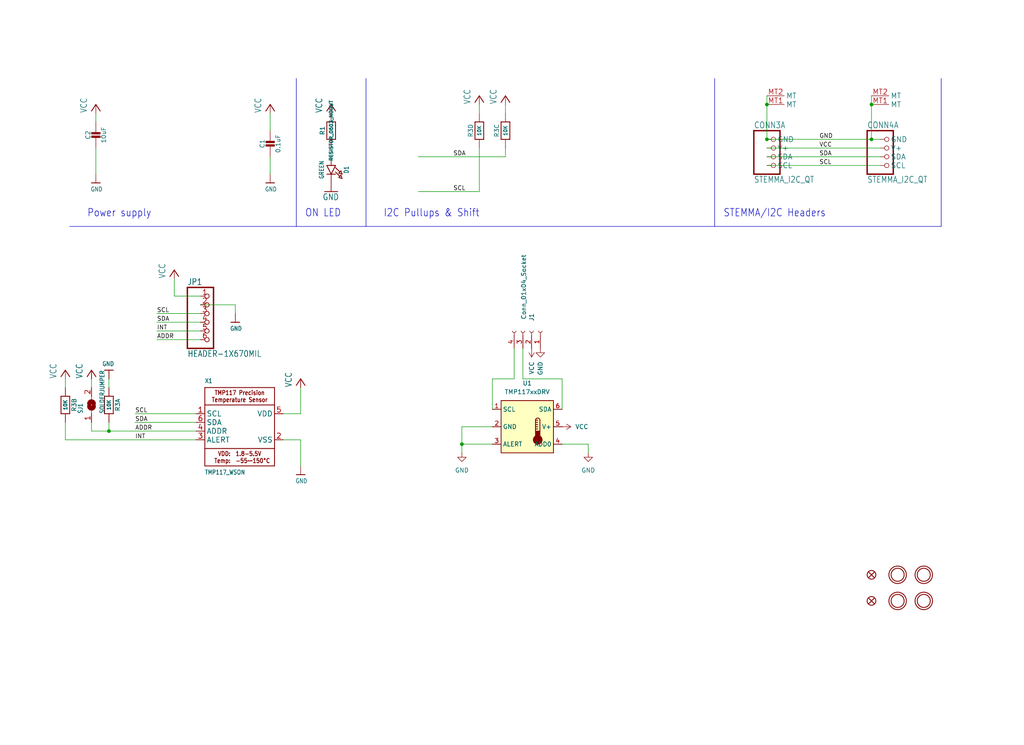
<source format=kicad_sch>
(kicad_sch (version 20250114) (generator "eeschema") (generator_version "9.0")
  (paper "User" 298.45 217.322)
  (lib_symbols
    (symbol "Connector:Conn_01x04_Socket" (pin_names (offset 1.016) (hide yes))
      (property "Reference" "J" (at 0 5.08 0))
      (property "Value" "Conn_01x04_Socket" (at 0 -7.62 0))
      (symbol "Conn_01x04_Socket_1_1"
        (polyline (pts (xy -1.27 2.54) (xy -0.508 2.54)) (stroke (width 0.1524)))
        (polyline (pts (xy -1.27 0) (xy -0.508 0)) (stroke (width 0.1524)))
        (polyline (pts (xy -1.27 -2.54) (xy -0.508 -2.54)) (stroke (width 0.1524)))
        (polyline (pts (xy -1.27 -5.08) (xy -0.508 -5.08)) (stroke (width 0.1524)))
        (arc (start 0 2.032) (mid -0.5058 2.54) (end 0 3.048) (stroke (width 0.1524)))
        (arc (start 0 -0.508) (mid -0.5058 0) (end 0 0.508) (stroke (width 0.1524)))
        (arc (start 0 -3.048) (mid -0.5058 -2.54) (end 0 -2.032) (stroke (width 0.1524)))
        (arc (start 0 -5.588) (mid -0.5058 -5.08) (end 0 -4.572) (stroke (width 0.1524)))
        (pin passive line (at -5.08 2.54 0) (length 3.81) (name "Pin_1") (number "1"))
        (pin passive line (at -5.08 0 0) (length 3.81) (name "Pin_2") (number "2"))
        (pin passive line (at -5.08 -2.54 0) (length 3.81) (name "Pin_3") (number "3"))
        (pin passive line (at -5.08 -5.08 0) (length 3.81) (name "Pin_4") (number "4"))
      )
    )
    (symbol "Sensor_Temperature:TMP117xxDRV"
      (property "Reference" "U" (at -2.54 10.795 0))
      (property "Value" "TMP117xxDRV" (at -2.54 8.89 0))
      (symbol "TMP117xxDRV_0_1"
        (rectangle (start -7.62 7.62) (end 7.62 -7.62) (stroke (width 0.254)) (fill (type background)))
      )
      (symbol "TMP117xxDRV_1_1"
        (polyline (pts (xy 2.413 1.905) (xy 2.413 -1.27)) (stroke (width 0.254)))
        (polyline (pts (xy 2.413 1.905) (xy 3.048 1.905)) (stroke (width 0.254)))
        (polyline (pts (xy 2.413 1.27) (xy 3.048 1.27)) (stroke (width 0.254)))
        (polyline (pts (xy 2.413 0.635) (xy 3.048 0.635)) (stroke (width 0.254)))
        (polyline (pts (xy 2.413 0) (xy 3.048 0)) (stroke (width 0.254)))
        (polyline (pts (xy 2.413 -0.635) (xy 3.048 -0.635)) (stroke (width 0.254)))
        (arc (start 2.413 1.905) (mid 3.048 2.5373) (end 3.683 1.905) (stroke (width 0.254)))
        (circle (center 3.048 -3.81) (radius 1.27) (stroke (width 0.254)) (fill (type outline)))
        (polyline (pts (xy 3.683 1.905) (xy 3.683 -1.27)) (stroke (width 0.254)))
        (rectangle (start 3.683 -3.175) (end 2.413 -1.27) (stroke (width 0.254)) (fill (type outline)))
        (pin input line (at -10.16 5.08 0) (length 2.54) (name "SCL") (number "1"))
        (pin power_in line (at -10.16 0 0) (length 2.54) (name "GND") (number "2"))
        (pin open_collector line (at -10.16 -5.08 0) (length 2.54) (name "ALERT") (number "3"))
        (pin bidirectional line (at 10.16 5.08 180) (length 2.54) (name "SDA") (number "6"))
        (pin power_in line (at 10.16 0 180) (length 2.54) (name "V+") (number "5"))
        (pin input line (at 10.16 -5.08 180) (length 2.54) (name "ADD0") (number "4"))
      )
    )
    (symbol "coolerpcb-eagle-import:CAP_CERAMIC0603_NO"
      (property "Reference" "C" (at -2.29 1.25 90))
      (symbol "CAP_CERAMIC0603_NO_1_0"
        (rectangle (start -1.27 1.524) (end 1.27 2.032) (fill (type outline)))
        (rectangle (start -1.27 0.508) (end 1.27 1.016) (fill (type outline)))
        (polyline (pts (xy 0 2.54) (xy 0 1.778)) (stroke (width 0.1524)))
        (polyline (pts (xy 0 0.762) (xy 0 0)) (stroke (width 0.1524)))
        (pin passive line (at 0 5.08 270) (length 2.54) (name "1") (number "1"))
        (pin passive line (at 0 -2.54 90) (length 2.54) (name "2") (number "2"))
      )
    )
    (symbol "coolerpcb-eagle-import:CAP_CERAMIC0805-NOOUTLINE"
      (property "Reference" "C" (at -2.29 1.25 90))
      (symbol "CAP_CERAMIC0805-NOOUTLINE_1_0"
        (rectangle (start -1.27 1.524) (end 1.27 2.032) (fill (type outline)))
        (rectangle (start -1.27 0.508) (end 1.27 1.016) (fill (type outline)))
        (polyline (pts (xy 0 2.54) (xy 0 1.778)) (stroke (width 0.1524)))
        (polyline (pts (xy 0 0.762) (xy 0 0)) (stroke (width 0.1524)))
        (pin passive line (at 0 5.08 270) (length 2.54) (name "1") (number "1"))
        (pin passive line (at 0 -2.54 90) (length 2.54) (name "2") (number "2"))
      )
    )
    (symbol "coolerpcb-eagle-import:FIDUCIAL_1MM"
      (symbol "FIDUCIAL_1MM_1_0"
        (polyline (pts (xy -0.762 0.762) (xy 0.762 -0.762)) (stroke (width 0.254)))
        (circle (center 0 0) (radius 1.27) (stroke (width 0.254)))
        (polyline (pts (xy 0.762 0.762) (xy -0.762 -0.762)) (stroke (width 0.254)))
      )
    )
    (symbol "coolerpcb-eagle-import:GND" (power)
      (symbol "GND_1_0"
        (polyline (pts (xy -1.27 0) (xy 1.27 0)) (stroke (width 0.254)))
        (pin power_in line (at 0 2.54 270) (length 2.54) (name "GND") (number "1"))
      )
    )
    (symbol "coolerpcb-eagle-import:HEADER-1X670MIL"
      (property "Reference" "JP" (at -6.35 10.795 0))
      (symbol "HEADER-1X670MIL_1_0"
        (polyline (pts (xy -6.35 10.16) (xy -6.35 -7.62)) (stroke (width 0.4064)))
        (polyline (pts (xy -6.35 -7.62) (xy 1.27 -7.62)) (stroke (width 0.4064)))
        (polyline (pts (xy 1.27 10.16) (xy -6.35 10.16)) (stroke (width 0.4064)))
        (polyline (pts (xy 1.27 -7.62) (xy 1.27 10.16)) (stroke (width 0.4064)))
        (pin passive inverted (at -2.54 7.62 0) (length 2.54) (name "1") (number "1"))
        (pin passive inverted (at -2.54 5.08 0) (length 2.54) (name "2") (number "2"))
        (pin passive inverted (at -2.54 2.54 0) (length 2.54) (name "3") (number "3"))
        (pin passive inverted (at -2.54 0 0) (length 2.54) (name "4") (number "4"))
        (pin passive inverted (at -2.54 -2.54 0) (length 2.54) (name "5") (number "5"))
        (pin passive inverted (at -2.54 -5.08 0) (length 2.54) (name "6") (number "6"))
      )
    )
    (symbol "coolerpcb-eagle-import:LED0603_NOOUTLINE"
      (property "Reference" "D" (at -1.27 4.445 0))
      (symbol "LED0603_NOOUTLINE_1_0"
        (polyline (pts (xy -2.54 1.27) (xy -2.54 -1.27)) (stroke (width 0.254)))
        (polyline (pts (xy -2.54 -1.27) (xy 0 0)) (stroke (width 0.254)))
        (polyline (pts (xy -1.905 1.27) (xy -0.635 2.54)) (stroke (width 0.254)))
        (polyline (pts (xy -0.9525 2.8575) (xy -0.3175 2.2225)) (stroke (width 0.254)))
        (polyline (pts (xy -0.635 1.27) (xy 0.635 2.54)) (stroke (width 0.254)))
        (polyline (pts (xy -0.3175 2.2225) (xy 0 3.175)) (stroke (width 0.254)))
        (polyline (pts (xy 0 3.175) (xy -0.9525 2.8575)) (stroke (width 0.254)))
        (polyline (pts (xy 0 1.27) (xy 0 0)) (stroke (width 0.254)))
        (polyline (pts (xy 0 0) (xy -2.54 1.27)) (stroke (width 0.254)))
        (polyline (pts (xy 0 0) (xy 0 -1.27)) (stroke (width 0.254)))
        (polyline (pts (xy 0.3175 2.8575) (xy 0.9525 2.2225)) (stroke (width 0.254)))
        (polyline (pts (xy 0.9525 2.2225) (xy 1.27 3.175)) (stroke (width 0.254)))
        (polyline (pts (xy 1.27 3.175) (xy 0.3175 2.8575)) (stroke (width 0.254)))
        (pin passive line (at -5.08 0 0) (length 2.54) (name "A") (number "A"))
        (pin passive line (at 2.54 0 180) (length 2.54) (name "C") (number "C"))
      )
    )
    (symbol "coolerpcb-eagle-import:MOUNTINGHOLE2.5"
      (symbol "MOUNTINGHOLE2.5_1_0"
        (circle (center 0 0) (radius 1.905) (stroke (width 0.254)))
        (circle (center 0 0) (radius 2.54) (stroke (width 0.254)))
      )
    )
    (symbol "coolerpcb-eagle-import:RESISTOR_0603_NOOUT"
      (property "Reference" "R" (at 0 2.54 0))
      (symbol "RESISTOR_0603_NOOUT_1_0"
        (polyline (pts (xy -2.54 1.27) (xy 2.54 1.27)) (stroke (width 0.254)))
        (polyline (pts (xy -2.54 -1.27) (xy -2.54 1.27)) (stroke (width 0.254)))
        (polyline (pts (xy 2.54 1.27) (xy 2.54 -1.27)) (stroke (width 0.254)))
        (polyline (pts (xy 2.54 -1.27) (xy -2.54 -1.27)) (stroke (width 0.254)))
        (pin passive line (at -5.08 0 0) (length 2.54) (name "1") (number "1"))
        (pin passive line (at 5.08 0 180) (length 2.54) (name "2") (number "2"))
      )
    )
    (symbol "coolerpcb-eagle-import:RESISTOR_4PACK"
      (property "Reference" "R" (at 0 2.54 0))
      (symbol "RESISTOR_4PACK_1_0"
        (polyline (pts (xy -2.54 1.27) (xy 2.54 1.27)) (stroke (width 0.254)))
        (polyline (pts (xy -2.54 -1.27) (xy -2.54 1.27)) (stroke (width 0.254)))
        (polyline (pts (xy 2.54 1.27) (xy 2.54 -1.27)) (stroke (width 0.254)))
        (polyline (pts (xy 2.54 -1.27) (xy -2.54 -1.27)) (stroke (width 0.254)))
        (pin passive line (at -5.08 0 0) (length 2.54) (name "1") (number "1"))
        (pin passive line (at 5.08 0 180) (length 2.54) (name "2") (number "8"))
      )
      (symbol "RESISTOR_4PACK_2_0"
        (polyline (pts (xy -2.54 1.27) (xy 2.54 1.27)) (stroke (width 0.254)))
        (polyline (pts (xy -2.54 -1.27) (xy -2.54 1.27)) (stroke (width 0.254)))
        (polyline (pts (xy 2.54 1.27) (xy 2.54 -1.27)) (stroke (width 0.254)))
        (polyline (pts (xy 2.54 -1.27) (xy -2.54 -1.27)) (stroke (width 0.254)))
        (pin passive line (at -5.08 0 0) (length 2.54) (name "1") (number "2"))
        (pin passive line (at 5.08 0 180) (length 2.54) (name "2") (number "7"))
      )
      (symbol "RESISTOR_4PACK_3_0"
        (polyline (pts (xy -2.54 1.27) (xy 2.54 1.27)) (stroke (width 0.254)))
        (polyline (pts (xy -2.54 -1.27) (xy -2.54 1.27)) (stroke (width 0.254)))
        (polyline (pts (xy 2.54 1.27) (xy 2.54 -1.27)) (stroke (width 0.254)))
        (polyline (pts (xy 2.54 -1.27) (xy -2.54 -1.27)) (stroke (width 0.254)))
        (pin passive line (at -5.08 0 0) (length 2.54) (name "1") (number "3"))
        (pin passive line (at 5.08 0 180) (length 2.54) (name "2") (number "6"))
      )
      (symbol "RESISTOR_4PACK_4_0"
        (polyline (pts (xy -2.54 1.27) (xy 2.54 1.27)) (stroke (width 0.254)))
        (polyline (pts (xy -2.54 -1.27) (xy -2.54 1.27)) (stroke (width 0.254)))
        (polyline (pts (xy 2.54 1.27) (xy 2.54 -1.27)) (stroke (width 0.254)))
        (polyline (pts (xy 2.54 -1.27) (xy -2.54 -1.27)) (stroke (width 0.254)))
        (pin passive line (at -5.08 0 0) (length 2.54) (name "1") (number "4"))
        (pin passive line (at 5.08 0 180) (length 2.54) (name "2") (number "5"))
      )
    )
    (symbol "coolerpcb-eagle-import:SOLDERJUMPER"
      (property "Reference" "SJ" (at -2.54 2.54 0))
      (symbol "SOLDERJUMPER_1_0"
        (polyline (pts (xy -2.54 0) (xy -1.651 0)) (stroke (width 0.1524)))
        (arc (start -0.381 -0.635) (mid -1.0159 0.0001) (end -0.3808 0.635) (stroke (width 1.27)))
        (arc (start 0.381 0.635) (mid 1.0159 -0.0001) (end 0.3808 -0.635) (stroke (width 1.27)))
        (polyline (pts (xy 2.54 0) (xy 1.651 0)) (stroke (width 0.1524)))
        (pin passive line (at -5.08 0 0) (length 2.54) (name "1") (number "1"))
        (pin passive line (at 5.08 0 180) (length 2.54) (name "2") (number "2"))
      )
    )
    (symbol "coolerpcb-eagle-import:STEMMA_I2C_QT"
      (symbol "STEMMA_I2C_QT_1_0"
        (polyline (pts (xy -3.81 7.62) (xy -3.81 -5.08)) (stroke (width 0.4064)))
        (polyline (pts (xy -3.81 -5.08) (xy 3.81 -5.08)) (stroke (width 0.4064)))
        (polyline (pts (xy 3.81 7.62) (xy -3.81 7.62)) (stroke (width 0.4064)))
        (polyline (pts (xy 3.81 -5.08) (xy 3.81 7.62)) (stroke (width 0.4064)))
        (pin passive inverted (at 0 5.08 0) (length 2.54) (name "GND") (number "1"))
        (pin passive inverted (at 0 2.54 0) (length 2.54) (name "V+") (number "2"))
        (pin passive inverted (at 0 0 0) (length 2.54) (name "SDA") (number "3"))
        (pin passive inverted (at 0 -2.54 0) (length 2.54) (name "SCL") (number "4"))
      )
      (symbol "STEMMA_I2C_QT_2_0"
        (pin bidirectional line (at 0 0 0) (length 5.08) (name "MT") (number "MT1"))
      )
      (symbol "STEMMA_I2C_QT_3_0"
        (pin bidirectional line (at 0 0 0) (length 5.08) (name "MT") (number "MT2"))
      )
    )
    (symbol "coolerpcb-eagle-import:TMP117_WSON"
      (property "Reference" "X" (at -10.16 11.43 0))
      (symbol "TMP117_WSON_1_0"
        (polyline (pts (xy -10.16 10.16) (xy 10.16 10.16)) (stroke (width 0.254)))
        (polyline (pts (xy -10.16 5.08) (xy -10.16 10.16)) (stroke (width 0.254)))
        (polyline (pts (xy -10.16 5.08) (xy 10.16 5.08)) (stroke (width 0.254)))
        (polyline (pts (xy -10.16 -7.62) (xy -10.16 5.08)) (stroke (width 0.254)))
        (polyline (pts (xy -10.16 -7.62) (xy -10.16 -12.7)) (stroke (width 0.254)))
        (polyline (pts (xy -10.16 -12.7) (xy 10.16 -12.7)) (stroke (width 0.254)))
        (polyline (pts (xy 10.16 10.16) (xy 10.16 5.08)) (stroke (width 0.254)))
        (polyline (pts (xy 10.16 5.08) (xy 10.16 -7.62)) (stroke (width 0.254)))
        (polyline (pts (xy 10.16 -7.62) (xy -10.16 -7.62)) (stroke (width 0.254)))
        (polyline (pts (xy 10.16 -12.7) (xy 10.16 -7.62)) (stroke (width 0.254)))
        (text "VDD:\nTemp:" (at -2.54 -10.16 0) (effects (font (size 1.27 1.0795) (thickness 0.2159) (bold yes)) (justify right)))
        (text "1.8-5.5V\n-55~~150°C" (at -1.27 -10.16 0) (effects (font (size 1.27 1.0795) (thickness 0.2159) (bold yes)) (justify left)))
        (text "TMP117 Precision\nTemperature Sensor" (at 0 7.62 0) (effects (font (size 1.27 1.0795) (thickness 0.2159) (bold yes))))
        (pin bidirectional line (at -12.7 2.54 0) (length 2.54) (name "SCL") (number "1"))
        (pin bidirectional line (at -12.7 0 0) (length 2.54) (name "SDA") (number "6"))
        (pin input line (at -12.7 -2.54 0) (length 2.54) (name "ADDR") (number "4"))
        (pin output line (at -12.7 -5.08 0) (length 2.54) (name "ALERT") (number "3"))
        (pin power_in line (at 12.7 2.54 180) (length 2.54) (name "VDD") (number "5"))
        (pin power_in line (at 12.7 -5.08 180) (length 2.54) (name "VSS") (number "2"))
      )
    )
    (symbol "coolerpcb-eagle-import:VCC" (power)
      (symbol "VCC_1_0"
        (polyline (pts (xy 0 0) (xy -1.27 -1.905)) (stroke (width 0.254)))
        (polyline (pts (xy 1.27 -1.905) (xy 0 0)) (stroke (width 0.254)))
        (pin power_in line (at 0 -2.54 90) (length 2.54) (name "VCC") (number "1"))
      )
    )
    (symbol "coolerpcb-eagle-import:supply1_371_GND" (power)
      (symbol "supply1_371_GND_1_0"
        (polyline (pts (xy -1.905 0) (xy 1.905 0)) (stroke (width 0.254)))
        (pin power_in line (at 0 2.54 270) (length 2.54) (name "GND") (number "1"))
      )
    )
    (symbol "power:GND" (power) (pin_numbers (hide yes)) (pin_names (offset 0) (hide yes))
      (property "Value" "GND" (at 0 -3.81 0))
      (symbol "GND_0_1"
        (polyline (pts (xy 0 0) (xy 0 -1.27) (xy 1.27 -1.27) (xy 0 -2.54) (xy -1.27 -1.27) (xy 0 -1.27)))
      )
      (symbol "GND_1_1"
        (pin power_in line (at 0 0 270) (length 0) (name "~") (number "1"))
      )
    )
    (symbol "power:VCC" (power) (pin_numbers (hide yes)) (pin_names (offset 0) (hide yes))
      (property "Value" "VCC" (at 0 3.556 0))
      (symbol "VCC_0_1"
        (polyline (pts (xy -0.762 1.27) (xy 0 2.54)))
        (polyline (pts (xy 0 2.54) (xy 0.762 1.27)))
        (polyline (pts (xy 0 0) (xy 0 2.54)))
      )
      (symbol "VCC_1_1"
        (pin power_in line (at 0 0 90) (length 0) (name "~") (number "1"))
      )
    )
  )
  (text "ON LED" (at 88.9 63.5 0) (effects (font (size 2.1844 1.8567)) (justify left bottom)))
  (text "I2C Pullups & Shift" (at 111.76 63.5 0) (effects (font (size 2.1844 1.8567)) (justify left bottom)))
  (text "Power supply" (at 25.4 63.5 0) (effects (font (size 2.1844 1.8567)) (justify left bottom)))
  (text "STEMMA/I2C Headers" (at 210.82 63.5 0) (effects (font (size 2.1844 1.8567)) (justify left bottom)))
  (junction (at 254 30.48))
  (junction (at 31.75 125.73))
  (junction (at 254 40.64))
  (junction (at 134.62 129.54))
  (junction (at 223.52 40.64))
  (junction (at 223.52 30.48))
  (polyline (pts (xy 106.68 66.04) (xy 208.28 66.04)) (stroke (width 0.1524) (type solid)))
  (wire (pts (xy 82.55 120.65) (xy 87.63 120.65)) (stroke (width 0.1524)))
  (polyline (pts (xy 106.68 22.86) (xy 106.68 66.04)) (stroke (width 0.1524) (type solid)))
  (wire (pts (xy 223.52 27.94) (xy 223.52 30.48)) (stroke (width 0.1524)))
  (polyline (pts (xy 86.36 22.86) (xy 86.36 66.04)) (stroke (width 0.1524) (type solid)))
  (wire (pts (xy 254 27.94) (xy 254 30.48)) (stroke (width 0.1524)))
  (wire (pts (xy 58.42 91.44) (xy 45.72 91.44)) (stroke (width 0.1524)))
  (wire (pts (xy 163.83 110.49) (xy 152.4 110.49)))
  (wire (pts (xy 87.63 120.65) (xy 87.63 113.03)) (stroke (width 0.1524)))
  (wire (pts (xy 134.62 124.46) (xy 134.62 129.54)))
  (wire (pts (xy 163.83 129.54) (xy 171.45 129.54)))
  (wire (pts (xy 27.94 50.8) (xy 27.94 43.18)) (stroke (width 0.1524)))
  (wire (pts (xy 31.75 110.49) (xy 31.75 113.03)) (stroke (width 0.1524)))
  (wire (pts (xy 143.51 110.49) (xy 149.86 110.49)))
  (wire (pts (xy 58.42 88.9) (xy 68.58 88.9)) (stroke (width 0.1524)))
  (wire (pts (xy 27.94 33.02) (xy 27.94 35.56)) (stroke (width 0.1524)))
  (wire (pts (xy 31.75 125.73) (xy 26.67 125.73)) (stroke (width 0.1524)))
  (wire (pts (xy 134.62 124.46) (xy 143.51 124.46)))
  (polyline (pts (xy 86.36 66.04) (xy 106.68 66.04)) (stroke (width 0.1524) (type solid)))
  (wire (pts (xy 134.62 129.54) (xy 143.51 129.54)))
  (polyline (pts (xy 208.28 66.04) (xy 274.32 66.04)) (stroke (width 0.1524) (type solid)))
  (wire (pts (xy 58.42 93.98) (xy 45.72 93.98)) (stroke (width 0.1524)))
  (wire (pts (xy 139.7 55.88) (xy 121.92 55.88)) (stroke (width 0.1524)))
  (wire (pts (xy 26.67 125.73) (xy 26.67 123.19)) (stroke (width 0.1524)))
  (wire (pts (xy 254 40.64) (xy 223.52 40.64)) (stroke (width 0.1524)))
  (polyline (pts (xy 274.32 22.86) (xy 274.32 66.04)) (stroke (width 0.1524) (type solid)))
  (wire (pts (xy 57.15 128.27) (xy 19.05 128.27)) (stroke (width 0.1524)))
  (wire (pts (xy 143.51 119.38) (xy 143.51 110.49)))
  (wire (pts (xy 254 30.48) (xy 254 40.64)) (stroke (width 0.1524)))
  (wire (pts (xy 223.52 30.48) (xy 223.52 40.64)) (stroke (width 0.1524)))
  (wire (pts (xy 39.37 123.19) (xy 57.15 123.19)) (stroke (width 0.1524)))
  (wire (pts (xy 147.32 43.18) (xy 147.32 45.72)) (stroke (width 0.1524)))
  (wire (pts (xy 57.15 120.65) (xy 39.37 120.65)) (stroke (width 0.1524)))
  (wire (pts (xy 58.42 99.06) (xy 45.72 99.06)) (stroke (width 0.1524)))
  (wire (pts (xy 149.86 101.6) (xy 149.86 110.49)))
  (wire (pts (xy 57.15 125.73) (xy 31.75 125.73)) (stroke (width 0.1524)))
  (polyline (pts (xy 20.32 66.04) (xy 86.36 66.04)) (stroke (width 0.1524) (type solid)))
  (wire (pts (xy 78.74 33.02) (xy 78.74 38.1)) (stroke (width 0.1524)))
  (wire (pts (xy 19.05 110.49) (xy 19.05 113.03)) (stroke (width 0.1524)))
  (wire (pts (xy 171.45 129.54) (xy 171.45 132.08)))
  (wire (pts (xy 256.54 45.72) (xy 223.52 45.72)) (stroke (width 0.1524)))
  (wire (pts (xy 96.52 45.72) (xy 96.52 43.18)) (stroke (width 0.1524)))
  (wire (pts (xy 87.63 128.27) (xy 87.63 135.89)) (stroke (width 0.1524)))
  (wire (pts (xy 78.74 45.72) (xy 78.74 50.8)) (stroke (width 0.1524)))
  (wire (pts (xy 163.83 119.38) (xy 163.83 110.49)))
  (wire (pts (xy 223.52 48.26) (xy 256.54 48.26)) (stroke (width 0.1524)))
  (wire (pts (xy 26.67 113.03) (xy 26.67 110.49)) (stroke (width 0.1524)))
  (wire (pts (xy 139.7 43.18) (xy 139.7 55.88)) (stroke (width 0.1524)))
  (wire (pts (xy 256.54 40.64) (xy 254 40.64)) (stroke (width 0.1524)))
  (wire (pts (xy 134.62 129.54) (xy 134.62 132.08)))
  (wire (pts (xy 139.7 30.48) (xy 139.7 33.02)) (stroke (width 0.1524)))
  (wire (pts (xy 58.42 96.52) (xy 45.72 96.52)) (stroke (width 0.1524)))
  (wire (pts (xy 82.55 128.27) (xy 87.63 128.27)) (stroke (width 0.1524)))
  (wire (pts (xy 19.05 128.27) (xy 19.05 123.19)) (stroke (width 0.1524)))
  (wire (pts (xy 147.32 33.02) (xy 147.32 30.48)) (stroke (width 0.1524)))
  (wire (pts (xy 147.32 45.72) (xy 121.92 45.72)) (stroke (width 0.1524)))
  (wire (pts (xy 31.75 125.73) (xy 31.75 123.19)) (stroke (width 0.1524)))
  (wire (pts (xy 58.42 86.36) (xy 50.8 86.36)) (stroke (width 0.1524)))
  (wire (pts (xy 50.8 86.36) (xy 50.8 81.28)) (stroke (width 0.1524)))
  (wire (pts (xy 68.58 88.9) (xy 68.58 91.44)) (stroke (width 0.1524)))
  (wire (pts (xy 223.52 43.18) (xy 256.54 43.18)) (stroke (width 0.1524)))
  (polyline (pts (xy 208.28 22.86) (xy 208.28 66.04)) (stroke (width 0.1524) (type solid)))
  (wire (pts (xy 152.4 101.6) (xy 152.4 110.49)))
  (label "GND" (at 238.76 40.64 0) (effects (font (size 1.2446 1.2446))))
  (label "VCC" (at 238.76 43.18 0) (effects (font (size 1.2446 1.2446))))
  (label "SDA" (at 39.37 123.19 0) (effects (font (size 1.2446 1.2446))))
  (label "ADDR" (at 39.37 125.73 0) (effects (font (size 1.2446 1.2446))))
  (label "SCL" (at 132.08 55.88 0) (effects (font (size 1.2446 1.2446))))
  (label "INT" (at 45.72 96.52 0) (effects (font (size 1.2446 1.2446))))
  (label "SDA" (at 238.76 45.72 0) (effects (font (size 1.2446 1.2446))))
  (label "SDA" (at 45.72 93.98 0) (effects (font (size 1.2446 1.2446))))
  (label "INT" (at 39.37 128.27 0) (effects (font (size 1.2446 1.2446))))
  (label "SDA" (at 132.08 45.72 0) (effects (font (size 1.2446 1.2446))))
  (label "ADDR" (at 45.72 99.06 0) (effects (font (size 1.2446 1.2446))))
  (label "SCL" (at 45.72 91.44 0) (effects (font (size 1.2446 1.2446))))
  (label "SCL" (at 238.76 48.26 0) (effects (font (size 1.2446 1.2446))))
  (label "SCL" (at 39.37 120.65 0) (effects (font (size 1.2446 1.2446))))
  (symbol (lib_id "coolerpcb-eagle-import:FIDUCIAL_1MM") (at 254 175.26 0) (unit 1)
    (property "Reference" "FID3" (effects (hide yes)))
    (property "Value" "FIDUCIAL_1MM" (effects (hide yes)))
    (property "Footprint" "coolerpcb:FIDUCIAL_1MM" (effects (hide yes)))
  )
  (symbol (lib_id "coolerpcb-eagle-import:STEMMA_I2C_QT") (at 254 27.94 0) (unit 3)
    (property "Reference" "CONN4" (effects (hide yes)))
    (property "Value" "STEMMA_I2C_QT" (effects (hide yes)))
    (property "Footprint" "coolerpcb:JST_SH4" (effects (hide yes)))
  )
  (symbol (lib_id "coolerpcb-eagle-import:VCC") (at 139.7 27.94 0) (unit 1)
    (property "Reference" "#P+1" (effects (hide yes)))
    (property "Value" "VCC" (at 137.16 30.48 90) (effects (font (size 1.778 1.5113)) (justify left bottom)))
  )
  (symbol (lib_id "coolerpcb-eagle-import:STEMMA_I2C_QT") (at 223.52 45.72 0) (unit 1)
    (property "Reference" "CONN3" (at 219.71 37.465 0) (effects (font (size 1.778 1.5113)) (justify left bottom)))
    (property "Value" "STEMMA_I2C_QT" (at 219.71 53.34 0) (effects (font (size 1.778 1.5113)) (justify left bottom)))
    (property "Footprint" "coolerpcb:JST_SH4" (effects (hide yes)))
  )
  (symbol (lib_id "coolerpcb-eagle-import:MOUNTINGHOLE2.5") (at 269.24 175.26 0) (unit 1)
    (property "Reference" "U$21" (effects (hide yes)))
    (property "Value" "MOUNTINGHOLE2.5" (effects (hide yes)))
    (property "Footprint" "coolerpcb:MOUNTINGHOLE_2.5_PLATED" (effects (hide yes)))
  )
  (symbol (lib_id "coolerpcb-eagle-import:STEMMA_I2C_QT") (at 223.52 27.94 0) (unit 3)
    (property "Reference" "CONN3" (effects (hide yes)))
    (property "Value" "STEMMA_I2C_QT" (effects (hide yes)))
    (property "Footprint" "coolerpcb:JST_SH4" (effects (hide yes)))
  )
  (symbol (lib_id "coolerpcb-eagle-import:STEMMA_I2C_QT") (at 256.54 45.72 0) (unit 1)
    (property "Reference" "CONN4" (at 252.73 37.465 0) (effects (font (size 1.778 1.5113)) (justify left bottom)))
    (property "Value" "STEMMA_I2C_QT" (at 252.73 53.34 0) (effects (font (size 1.778 1.5113)) (justify left bottom)))
    (property "Footprint" "coolerpcb:JST_SH4" (effects (hide yes)))
  )
  (symbol (lib_id "power:GND") (at 157.48 101.6 0) (mirror y) (unit 1)
    (property "Reference" "#PWR03" (effects (hide yes)))
    (property "Value" "GND" (at 157.4801 105.41 90) (effects (justify right)))
    (property "Description" "Power symbol creates a global label with name \"GND\" , ground" (effects (hide yes)))
  )
  (symbol (lib_id "coolerpcb-eagle-import:RESISTOR_4PACK") (at 147.32 38.1 90) (unit 3)
    (property "Reference" "R3" (at 144.78 38.1 0))
    (property "Value" "10K" (at 147.32 38.1 0) (effects (font (size 1.016 1.016) (thickness 0.2032) (bold yes))))
    (property "Footprint" "coolerpcb:RESPACK_4X0603" (effects (hide yes)))
  )
  (symbol (lib_id "coolerpcb-eagle-import:supply1_371_GND") (at 96.52 55.88 0) (unit 1)
    (property "Reference" "#GND6" (effects (hide yes)))
    (property "Value" "GND" (at 93.98 58.42 0) (effects (font (size 1.778 1.5113)) (justify left bottom)))
  )
  (symbol (lib_id "coolerpcb-eagle-import:GND") (at 78.74 53.34 0) (unit 1)
    (property "Reference" "#U$6" (effects (hide yes)))
    (property "Value" "GND" (at 77.216 55.88 0) (effects (font (size 1.27 1.0795)) (justify left bottom)))
  )
  (symbol (lib_id "coolerpcb-eagle-import:VCC") (at 26.67 107.95 0) (unit 1)
    (property "Reference" "#P+9" (effects (hide yes)))
    (property "Value" "VCC" (at 24.13 110.49 90) (effects (font (size 1.778 1.5113)) (justify left bottom)))
  )
  (symbol (lib_id "coolerpcb-eagle-import:RESISTOR_4PACK") (at 19.05 118.11 270) (unit 2)
    (property "Reference" "R3" (at 21.59 118.11 0))
    (property "Value" "10K" (at 19.05 118.11 0) (effects (font (size 1.016 1.016) (thickness 0.2032) (bold yes))))
    (property "Footprint" "coolerpcb:RESPACK_4X0603" (effects (hide yes)))
  )
  (symbol (lib_id "coolerpcb-eagle-import:VCC") (at 27.94 30.48 0) (unit 1)
    (property "Reference" "#P+3" (effects (hide yes)))
    (property "Value" "VCC" (at 25.4 33.02 90) (effects (font (size 1.778 1.5113)) (justify left bottom)))
  )
  (symbol (lib_id "power:VCC") (at 154.94 101.6 0) (mirror x) (unit 1)
    (property "Reference" "#PWR02" (effects (hide yes)))
    (property "Value" "VCC" (at 154.9401 105.41 90) (effects (justify left)))
    (property "Description" "Power symbol creates a global label with name \"VCC\"" (effects (hide yes)))
  )
  (symbol (lib_id "coolerpcb-eagle-import:STEMMA_I2C_QT") (at 254 30.48 0) (unit 2)
    (property "Reference" "CONN4" (effects (hide yes)))
    (property "Value" "STEMMA_I2C_QT" (effects (hide yes)))
    (property "Footprint" "coolerpcb:JST_SH4" (effects (hide yes)))
  )
  (symbol (lib_id "Connector:Conn_01x04_Socket") (at 154.94 96.52 270) (mirror x) (unit 1)
    (property "Reference" "J1" (at 154.94 93.726 0) (effects (justify left)))
    (property "Value" "Conn_01x04_Socket" (at 152.654 93.218 0) (effects (justify left)))
    (property "Footprint" "Connector_JST:JST_XH_B4B-XH-A_1x04_P2.50mm_Vertical" (effects (hide yes)))
    (property "Description" "Generic connector, single row, 01x04, script generated" (effects (hide yes)))
  )
  (symbol (lib_id "coolerpcb-eagle-import:CAP_CERAMIC0603_NO") (at 78.74 43.18 0) (unit 1)
    (property "Reference" "C1" (at 76.45 41.93 90))
    (property "Value" "0.1uF" (at 81.04 41.93 90))
    (property "Footprint" "coolerpcb:0603-NO" (effects (hide yes)))
  )
  (symbol (lib_id "coolerpcb-eagle-import:VCC") (at 19.05 107.95 0) (unit 1)
    (property "Reference" "#P+8" (effects (hide yes)))
    (property "Value" "VCC" (at 16.51 110.49 90) (effects (font (size 1.778 1.5113)) (justify left bottom)))
  )
  (symbol (lib_id "coolerpcb-eagle-import:STEMMA_I2C_QT") (at 223.52 30.48 0) (unit 2)
    (property "Reference" "CONN3" (effects (hide yes)))
    (property "Value" "STEMMA_I2C_QT" (effects (hide yes)))
    (property "Footprint" "coolerpcb:JST_SH4" (effects (hide yes)))
  )
  (symbol (lib_id "power:GND") (at 171.45 132.08 0) (unit 1)
    (property "Reference" "#PWR04" (effects (hide yes)))
    (property "Value" "GND" (at 171.45 137.16 0))
    (property "Description" "Power symbol creates a global label with name \"GND\" , ground" (effects (hide yes)))
  )
  (symbol (lib_id "coolerpcb-eagle-import:GND") (at 68.58 93.98 0) (unit 1)
    (property "Reference" "#U$10" (effects (hide yes)))
    (property "Value" "GND" (at 67.056 96.52 0) (effects (font (size 1.27 1.0795)) (justify left bottom)))
  )
  (symbol (lib_id "coolerpcb-eagle-import:CAP_CERAMIC0805-NOOUTLINE") (at 27.94 40.64 0) (unit 1)
    (property "Reference" "C2" (at 25.65 39.39 90))
    (property "Value" "10uF" (at 30.24 39.39 90))
    (property "Footprint" "coolerpcb:0805-NO" (effects (hide yes)))
  )
  (symbol (lib_id "power:GND") (at 134.62 132.08 0) (unit 1)
    (property "Reference" "#PWR05" (effects (hide yes)))
    (property "Value" "GND" (at 134.62 137.16 0))
    (property "Description" "Power symbol creates a global label with name \"GND\" , ground" (effects (hide yes)))
  )
  (symbol (lib_id "coolerpcb-eagle-import:VCC") (at 96.52 30.48 0) (unit 1)
    (property "Reference" "#P+6" (effects (hide yes)))
    (property "Value" "VCC" (at 93.98 33.02 90) (effects (font (size 1.778 1.5113)) (justify left bottom)))
  )
  (symbol (lib_id "coolerpcb-eagle-import:RESISTOR_4PACK") (at 31.75 118.11 270) (unit 1)
    (property "Reference" "R3" (at 34.29 118.11 0))
    (property "Value" "10K" (at 31.75 118.11 0) (effects (font (size 1.016 1.016) (thickness 0.2032) (bold yes))))
    (property "Footprint" "coolerpcb:RESPACK_4X0603" (effects (hide yes)))
  )
  (symbol (lib_id "coolerpcb-eagle-import:GND") (at 87.63 138.43 0) (unit 1)
    (property "Reference" "#U$2" (effects (hide yes)))
    (property "Value" "GND" (at 86.106 140.97 0) (effects (font (size 1.27 1.0795)) (justify left bottom)))
  )
  (symbol (lib_id "coolerpcb-eagle-import:MOUNTINGHOLE2.5") (at 261.62 175.26 0) (unit 1)
    (property "Reference" "U$1" (effects (hide yes)))
    (property "Value" "MOUNTINGHOLE2.5" (effects (hide yes)))
    (property "Footprint" "coolerpcb:MOUNTINGHOLE_2.5_PLATED" (effects (hide yes)))
  )
  (symbol (lib_id "coolerpcb-eagle-import:GND") (at 31.75 107.95 180) (unit 1)
    (property "Reference" "#U$3" (effects (hide yes)))
    (property "Value" "GND" (at 33.274 105.41 0) (effects (font (size 1.27 1.0795)) (justify left bottom)))
  )
  (symbol (lib_id "coolerpcb-eagle-import:SOLDERJUMPER") (at 26.67 118.11 90) (unit 1)
    (property "Reference" "SJ1" (at 24.13 120.65 0) (effects (font (size 1.27 1.0795)) (justify left bottom)))
    (property "Value" "SOLDERJUMPER" (at 30.48 120.65 0) (effects (font (size 1.27 1.0795)) (justify left bottom)))
    (property "Footprint" "coolerpcb:SOLDERJUMPER_ARROW_NOPASTE" (effects (hide yes)))
  )
  (symbol (lib_id "coolerpcb-eagle-import:VCC") (at 50.8 78.74 0) (unit 1)
    (property "Reference" "#P+4" (effects (hide yes)))
    (property "Value" "VCC" (at 48.26 81.28 90) (effects (font (size 1.778 1.5113)) (justify left bottom)))
  )
  (symbol (lib_id "Sensor_Temperature:TMP117xxDRV") (at 153.67 124.46 0) (unit 1)
    (property "Reference" "U1" (at 153.67 111.76 0))
    (property "Value" "TMP117xxDRV" (at 153.67 114.3 0))
    (property "Footprint" "Package_SON:WSON-6-1EP_2x2mm_P0.65mm_EP1x1.6mm" (effects (hide yes)))
    (property "Datasheet" "https://www.ti.com/lit/ds/symlink/tmp117.pdf" (effects (hide yes)))
    (property "Description" "Digital Temperature Sensor with I2C/SMBus Interface, 16 bits, ±0.3°C, one-shot conversion, alert, nist traceable, EEPROM, WSON" (effects (hide yes)))
  )
  (symbol (lib_id "coolerpcb-eagle-import:RESISTOR_0603_NOOUT") (at 96.52 38.1 90) (unit 1)
    (property "Reference" "R1" (at 93.98 38.1 0))
    (property "Value" "RESISTOR_0603_NOOUT" (at 96.52 38.1 0) (effects (font (size 1.016 1.016) (thickness 0.2032) (bold yes))))
    (property "Footprint" "coolerpcb:0603-NO" (effects (hide yes)))
  )
  (symbol (lib_id "coolerpcb-eagle-import:MOUNTINGHOLE2.5") (at 261.62 167.64 0) (unit 1)
    (property "Reference" "U$17" (effects (hide yes)))
    (property "Value" "MOUNTINGHOLE2.5" (effects (hide yes)))
    (property "Footprint" "coolerpcb:MOUNTINGHOLE_2.5_PLATED" (effects (hide yes)))
  )
  (symbol (lib_id "coolerpcb-eagle-import:VCC") (at 147.32 27.94 0) (unit 1)
    (property "Reference" "#P+2" (effects (hide yes)))
    (property "Value" "VCC" (at 144.78 30.48 90) (effects (font (size 1.778 1.5113)) (justify left bottom)))
  )
  (symbol (lib_id "coolerpcb-eagle-import:RESISTOR_4PACK") (at 139.7 38.1 90) (unit 4)
    (property "Reference" "R3" (at 137.16 38.1 0))
    (property "Value" "10K" (at 139.7 38.1 0) (effects (font (size 1.016 1.016) (thickness 0.2032) (bold yes))))
    (property "Footprint" "coolerpcb:RESPACK_4X0603" (effects (hide yes)))
  )
  (symbol (lib_id "coolerpcb-eagle-import:MOUNTINGHOLE2.5") (at 269.24 167.64 0) (unit 1)
    (property "Reference" "U$19" (effects (hide yes)))
    (property "Value" "MOUNTINGHOLE2.5" (effects (hide yes)))
    (property "Footprint" "coolerpcb:MOUNTINGHOLE_2.5_PLATED" (effects (hide yes)))
  )
  (symbol (lib_id "power:VCC") (at 163.83 124.46 270) (unit 1)
    (property "Reference" "#PWR01" (effects (hide yes)))
    (property "Value" "VCC" (at 167.64 124.4599 90) (effects (justify left)))
    (property "Description" "Power symbol creates a global label with name \"VCC\"" (effects (hide yes)))
  )
  (symbol (lib_id "coolerpcb-eagle-import:LED0603_NOOUTLINE") (at 96.52 50.8 270) (unit 1)
    (property "Reference" "D1" (at 100.965 49.53 0) (effects (font (size 1.27 1.0795))))
    (property "Value" "GREEN" (at 93.726 49.53 0) (effects (font (size 1.27 1.0795))))
    (property "Footprint" "coolerpcb:CHIPLED_0603_NOOUTLINE" (effects (hide yes)))
  )
  (symbol (lib_id "coolerpcb-eagle-import:HEADER-1X670MIL") (at 60.96 93.98 0) (unit 1)
    (property "Reference" "JP1" (at 54.61 83.185 0) (effects (font (size 1.778 1.5113)) (justify left bottom)))
    (property "Value" "HEADER-1X670MIL" (at 54.61 104.14 0) (effects (font (size 1.778 1.5113)) (justify left bottom)))
    (property "Footprint" "coolerpcb:1X06_ROUND_70" (effects (hide yes)))
  )
  (symbol (lib_id "coolerpcb-eagle-import:FIDUCIAL_1MM") (at 254 167.64 0) (unit 1)
    (property "Reference" "FID4" (effects (hide yes)))
    (property "Value" "FIDUCIAL_1MM" (effects (hide yes)))
    (property "Footprint" "coolerpcb:FIDUCIAL_1MM" (effects (hide yes)))
  )
  (symbol (lib_id "coolerpcb-eagle-import:GND") (at 27.94 53.34 0) (unit 1)
    (property "Reference" "#U$13" (effects (hide yes)))
    (property "Value" "GND" (at 26.416 55.88 0) (effects (font (size 1.27 1.0795)) (justify left bottom)))
  )
  (symbol (lib_id "coolerpcb-eagle-import:TMP117_WSON") (at 69.85 123.19 0) (unit 1)
    (property "Reference" "X1" (at 59.69 111.76 0) (effects (font (size 1.27 1.0795)) (justify left bottom)))
    (property "Value" "TMP117_WSON" (at 59.69 138.43 0) (effects (font (size 1.27 1.0795)) (justify left bottom)))
    (property "Footprint" "coolerpcb:WSON-6" (effects (hide yes)))
  )
  (symbol (lib_id "coolerpcb-eagle-import:VCC") (at 78.74 30.48 0) (unit 1)
    (property "Reference" "#P+5" (effects (hide yes)))
    (property "Value" "VCC" (at 76.2 33.02 90) (effects (font (size 1.778 1.5113)) (justify left bottom)))
  )
  (symbol (lib_id "coolerpcb-eagle-import:VCC") (at 87.63 110.49 0) (unit 1)
    (property "Reference" "#P+7" (effects (hide yes)))
    (property "Value" "VCC" (at 85.09 113.03 90) (effects (font (size 1.778 1.5113)) (justify left bottom)))
  )
)
</source>
